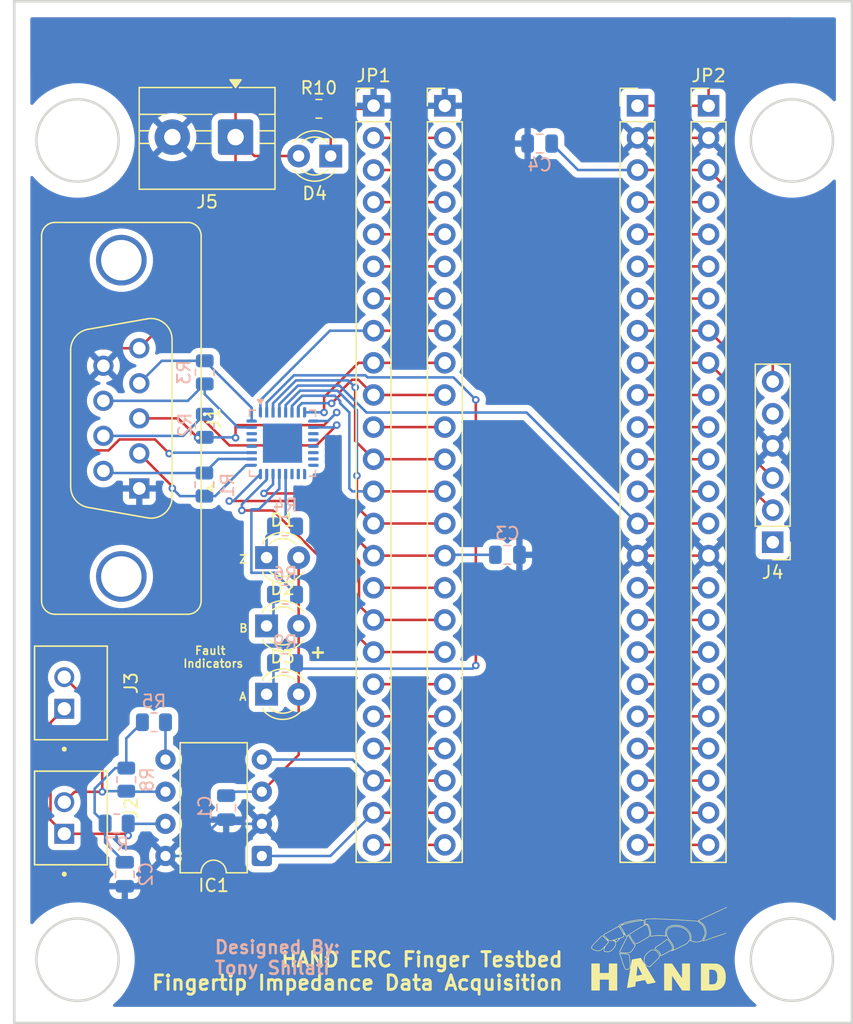
<source format=kicad_pcb>
(kicad_pcb (version 20241229) (generator "pcbnew") (generator_version "9.0")
  (layers (0 "F.Cu" signal) (2 "B.Cu" signal) (13 "F.Paste" user) (15 "B.Paste" user) (5 "F.SilkS" user "F.Silkscreen") (7 "B.SilkS" user "B.Silkscreen") (1 "F.Mask" user) (3 "B.Mask" user) (25 "Edge.Cuts" user))
  (net 0 "")
  (net 1 "GND")
  (net 2 "Net-(D1-K)")
  (net 3 "Net-(D2-K)")
  (net 4 "Net-(D3-K)")
  (net 5 "Net-(U1-A)")
  (net 6 "Net-(U1-~{B})")
  (net 7 "Net-(U1-~{A})")
  (net 8 "Net-(U1-Z)")
  (net 9 "Net-(U1-B)")
  (net 10 "Net-(U1-~{Z})")
  (net 11 "+5V")
  (net 12 "SDA")
  (net 13 "SCL")
  (net 14 "/3v3")
  (net 15 "Net-(U$1-P29{slash}PWM{slash}TX7)")
  (net 16 "SDI")
  (net 17 "Net-(U$1-P28{slash}PWM{slash}RX7)")
  (net 18 "Net-(U$1-P32{slash}OUT1B)")
  (net 19 "AO")
  (net 20 "ZO")
  (net 21 "CS")
  (net 22 "SPI")
  (net 23 "SDO")
  (net 24 "Net-(U$1-P27{slash}SCK1{slash}A13)")
  (net 25 "BO")
  (net 26 "Net-(U$1-TX8{slash}P35)")
  (net 27 "Net-(U$1-CS{slash}PWM{slash}P36)")
  (net 28 "Net-(U$1-BLCK1{slash}RX5{slash}A7{slash}P21)")
  (net 29 "Net-(U$1-SDA1{slash}TX4{slash}A3{slash}P17)")
  (net 30 "Net-(U$1-MCLK2{slash}PWM{slash}P33)")
  (net 31 "Net-(U$1-A17{slash}P41)")
  (net 32 "Net-(U$1-PWM{slash}CTX1{slash}A8{slash}P22)")
  (net 33 "Net-(U$1-IN1{slash}CS1{slash}A14{slash}P38)")
  (net 34 "Net-(U$1-A16{slash}P40)")
  (net 35 "Net-(U$1-OUT1A{slash}MISO1{slash}A15{slash}P39)")
  (net 36 "Net-(U$1-LRCLK1{slash}TX5{slash}A6{slash}P20)")
  (net 37 "Net-(U$1-RX8{slash}P34)")
  (net 38 "CLK")
  (net 39 "Net-(U$1-PWM{slash}MCLK1{slash}CRX1{slash}A9{slash}P23)")
  (net 40 "Net-(U$1-PWM{slash}S{slash}PDIF-IN{slash}RX3{slash}A1{slash}P15)")
  (net 41 "Net-(U$1-CS{slash}PWM{slash}P37)")
  (net 42 "Encoder Fault")
  (net 44 "/CANL3")
  (net 45 "/CANH3")
  (net 46 "Net-(U1-~{ZFAULT})")
  (net 47 "Net-(U1-~{BFAULT})")
  (net 48 "Net-(U1-~{AFAULT})")
  (net 49 "Net-(U$1-P5{slash}PWM{slash}IN2)")
  (net 50 "Net-(U$1-P9{slash}PWM{slash}OUT1C)")
  (net 51 "/CTX2")
  (net 52 "/CRX2")
  (net 53 "/CRX3")
  (net 54 "/CTX3")
  (net 55 "Net-(U$1-P2{slash}PWM{slash}OUT2)")
  (net 56 "Net-(U$1-P3{slash}PWM{slash}LRCLK2)")
  (net 57 "Net-(U$1-P4{slash}PWM{slash}BCLK2)")
  (net 58 "Net-(U$1-P24{slash}PWM{slash}SCL2{slash}TX6{slash}A10)")
  (net 59 "Net-(U$1-PWM{slash}S{slash}PDIF-OUT{slash}TX3{slash}A0{slash}P14)")
  (net 60 "Net-(C2-Pad2)")
  (net 61 "Net-(IC1-SPLIT)")
  (net 64 "Net-(D4-K)")
  (net 65 "Net-(U$1-SCL1{slash}RX4{slash}A2{slash}P16)")
  (footprint "Resistor_SMD:R_0805_2012Metric" (layer "F.Cu") (at 154.5875 53)
    (property "Reference" "R10")
    (property "Value" "150R")
  )
  (footprint "Connector_PinHeader_2.54mm:PinHeader_1x06_P2.54mm_Vertical" (layer "F.Cu") (at 190.483771 89.029001 180)
    (property "Reference" "J4")
    (property "Value" "Conn_01x06")
  )
  (footprint "Connector_Dsub:DSUB-9_Socket_Vertical_P2.77x2.84mm_MountingHoles" (layer "F.Cu") (at 138.51752 77.465021 -90)
    (property "Reference" "J1")
    (property "Value" "DE9_Socket")
  )
  (footprint "Package_DIP:DIP-8_W7.62mm" (layer "F.Cu") (at 150.0783 112.054127 180)
    (property "Reference" "IC1")
    (property "Value" "MCP2561-H_P")
  )
  (footprint "BoardToCable_2PinMale:JST_B2B-XH-A" (layer "F.Cu") (at 134.9783 99.169127 -90)
    (property "Reference" "J3")
    (property "Value" "B2B-XH-A")
  )
  (footprint "Connector_PinHeader_2.54mm:PinHeader_1x24_P2.54mm_Vertical" (layer "F.Cu") (at 158.925663 50.977632)
    (property "Reference" "JP1")
    (property "Value" "PINHD-1X24")
  )
  (footprint "LED_THT:LED_D3.0mm" (layer "F.Cu") (at 155.526326 56.729615 180)
    (property "Reference" "D4")
    (property "Value" "LED")
  )
  (footprint "TerminalBlock:TerminalBlock_MaiXu_MX126-5.0-02P_1x02_P5.00mm" (layer "F.Cu") (at 147.999999 55.237433 180)
    (property "Reference" "J5")
    (property "Value" "Screw_Terminal_01x02")
  )
  (footprint "LED_THT:LED_D3.0mm" (layer "F.Cu") (at 150.450996 88.471292)
    (property "Reference" "D1")
    (property "Value" "LED")
  )
  (footprint "LED_THT:LED_D3.0mm" (layer "F.Cu") (at 150.450996 93.871292)
    (property "Reference" "D2")
    (property "Value" "LED")
  )
  (footprint "Teensy4.1:HAND_Logo" (layer "F.Cu") (at 181.5 119.5)
    (property "Reference" "G***" (hide yes))
    (property "Value" "LOGO" (hide yes))
  )
  (footprint "Connector_PinHeader_2.54mm:PinHeader_1x24_P2.54mm_Vertical" (layer "F.Cu") (at 185.412783 50.977632)
    (property "Reference" "JP2")
    (property "Value" "PINHD-1X24")
  )
  (footprint "BoardToCable_2PinMale:JST_B2B-XH-A" (layer "F.Cu") (at 134.9783 109.051627 -90)
    (property "Reference" "J2")
    (property "Value" "B2B-XH-A")
  )
  (footprint "Teensy4.1:Teensy 4.1" (layer "F.Cu") (at 172.169223 50.977632)
    (property "Reference" "U$1" (hide yes))
    (property "Value" "TEENSY4-1" (hide yes))
  )
  (footprint "LED_THT:LED_D3.0mm" (layer "F.Cu") (at 150.450996 99.271292)
    (property "Reference" "D3")
    (property "Value" "LED")
  )
  (footprint "Resistor_SMD:R_0805_2012Metric" (layer "B.Cu") (at 151.9125 91.4 180)
    (property "Reference" "R6")
    (property "Value" "150R")
  )
  (footprint "Capacitor_SMD:C_0805_2012Metric" (layer "B.Cu") (at 139.239618 113.500424 90)
    (property "Reference" "C2")
    (property "Value" "4700pF")
  )
  (footprint "Capacitor_SMD:C_0805_2012Metric" (layer "B.Cu") (at 147.2583 108.234127 -90)
    (property "Reference" "C1")
    (property "Value" "0.1uF")
  )
  (footprint "Resistor_SMD:R_0805_2012Metric" (layer "B.Cu") (at 139.3583 106.021627 90)
    (property "Reference" "R8")
    (property "Value" "60Ohm")
  )
  (footprint "Capacitor_SMD:C_0805_2012Metric" (layer "B.Cu") (at 169.5 88.25 180)
    (property "Reference" "C3")
    (property "Value" "3.3uF")
  )
  (footprint "Capacitor_SMD:C_0805_2012Metric" (layer "B.Cu") (at 172.05 55.75)
    (property "Reference" "C4")
    (property "Value" "3.3uF")
  )
  (footprint "Resistor_SMD:R_0805_2012Metric" (layer "B.Cu") (at 151.9125 96.8 180)
    (property "Reference" "R9")
    (property "Value" "150R")
  )
  (footprint "Resistor_SMD:R_0805_2012Metric" (layer "B.Cu") (at 145.562635 78.053925 90)
    (property "Reference" "R2")
    (property "Value" "120R")
  )
  (footprint "Resistor_SMD:R_0805_2012Metric" (layer "B.Cu") (at 151.9125 86 180)
    (property "Reference" "R4")
    (property "Value" "150R")
  )
  (footprint "Resistor_SMD:R_0805_2012Metric" (layer "B.Cu") (at 141.5458 101.484127 180)
    (property "Reference" "R5")
    (property "Value" "300Ohm")
  )
  (footprint "Resistor_SMD:R_0805_2012Metric" (layer "B.Cu") (at 145.53738 82.699806 -90)
    (property "Reference" "R1")
    (property "Value" "120R")
  )
  (footprint "Resistor_SMD:R_0805_2012Metric" (layer "B.Cu") (at 138.5958 109.484127)
    (property "Reference" "R7")
    (property "Value" "60Ohm")
  )
  (footprint "Package_DFN_QFN:TQFN-32-1EP_5x5mm_P0.5mm_EP3.1x3.1mm" (layer "B.Cu") (at 151.712927 79.428453 -90)
    (property "Reference" "U1" (hide yes))
    (property "Value" "~" (hide yes))
  )
  (footprint "Resistor_SMD:R_0805_2012Metric" (layer "B.Cu") (at 145.562635 73.828925 -90)
    (property "Reference" "R3")
    (property "Value" "120R")
  )
  (gr_circle (center 192 55.5012) (end 195.2512 55.5012) (stroke (width 0.2)) (fill no) (layer "Edge.Cuts"))
  (gr_circle (center 135.5 120.2488) (end 138.7512 120.2488) (stroke (width 0.2)) (fill no) (layer "Edge.Cuts"))
  (gr_rect (start 130.5 44.5) (end 196.75 125.25) (stroke (width 0.2)) (fill no) (layer "Edge.Cuts"))
  (gr_circle (center 192 120.2488) (end 195.2512 120.2488) (stroke (width 0.2)) (fill no) (layer "Edge.Cuts"))
  (gr_circle (center 135.5 55.5012) (end 138.7512 55.5012) (stroke (width 0.2)) (fill no) (layer "Edge.Cuts"))
  (gr_text "Z" (at 148.220296 88.978816 0) (layer "F.SilkS") (effects (font (size 0.635 0.635) (thickness 0.127) (bold yes)) (justify left bottom)))
  (gr_text "HAND ERC Finger Testbed\nFingertip Impedance Data Acquisition" (at 174 122.75 0) (layer "F.SilkS") (effects (font (size 1.143 1.143) (thickness 0.2286) (bold yes)) (justify right bottom)))
  (gr_text "+" (at 153.75 96.5 0) (layer "F.SilkS") (effects (font (size 1.016 1.016) (thickness 0.2032) (bold yes)) (justify left bottom)))
  (gr_text "B" (at 148.220296 94.428816 0) (layer "F.SilkS") (effects (font (size 0.635 0.635) (thickness 0.127) (bold yes)) (justify left bottom)))
  (gr_text "A" (at 148.220296 99.828816 0) (layer "F.SilkS") (effects (font (size 0.635 0.635) (thickness 0.127) (bold yes)) (justify left bottom)))
  (gr_text "Fault \nIndicators" (at 146.237219 97.216212 0) (layer "F.SilkS") (effects (font (size 0.635 0.635) (thickness 0.127) (bold yes)) (justify bottom)))
  (gr_text "Designed By:\nTony Shilati" (at 146.25 121.5 0) (layer "B.SilkS") (effects (font (size 1.016 1.016) (thickness 0.2032) (bold yes)) (justify left bottom)))
  (segment (start 158.673295 53) (end 158.915663 52.757632) (width 0.2) (layer "F.Cu") (net 1))
  (segment (start 155.5 53) (end 158.673295 53) (width 0.2) (layer "F.Cu") (net 1))
  (segment (start 179.789223 55.297632) (end 185.412783 55.297632) (width 0.2) (layer "F.Cu") (net 1))
  (segment (start 158.915663 52.757632) (end 164.549223 52.757632) (width 0.2) (layer "F.Cu") (net 1))
  (segment (start 179.789223 88.317632) (end 185.412783 88.317632) (width 0.2) (layer "F.Cu") (net 1))
  (segment (start 147.2583 109.184127) (end 146.815873 109.184127) (width 0.2) (layer "B.Cu") (net 1))
  (segment (start 147.5883 109.514127) (end 147.2583 109.184127) (width 0.2) (layer "B.Cu") (net 1))
  (segment (start 139.239618 114.450424) (end 140.062003 114.450424) (width 0.2) (layer "B.Cu") (net 1))
  (segment (start 140.062003 114.450424) (end 142.4583 112.054127) (width 0.2) (layer "B.Cu") (net 1))
  (segment (start 150.0783 109.514127) (end 147.5883 109.514127) (width 0.2) (layer "B.Cu") (net 1))
  (segment (start 179.721591 88.25) (end 179.789223 88.317632) (width 0.2) (layer "B.Cu") (net 1))
  (segment (start 146.815873 109.184127) (end 143.945873 112.054127) (width 0.2) (layer "B.Cu") (net 1))
  (segment (start 143.945873 112.054127) (end 142.4583 112.054127) (width 0.2) (layer "B.Cu") (net 1))
  (segment (start 150.450996 86.799004) (end 150.450996 88.471292) (width 0.2) (layer "B.Cu") (net 2))
  (segment (start 151 86) (end 151 86.25) (width 0.2) (layer "B.Cu") (net 2))
  (segment (start 151 86.25) (end 150.450996 86.799004) (width 0.2) (layer "B.Cu") (net 2))
  (segment (start 151 93.322288) (end 150.450996 93.871292) (width 0.2) (layer "B.Cu") (net 3))
  (segment (start 151 91.4) (end 151 93.322288) (width 0.2) (layer "B.Cu") (net 3))
  (segment (start 151 96.8) (end 151 98.722288) (width 0.2) (layer "B.Cu") (net 4))
  (segment (start 151 98.722288) (end 150.450996 99.271292) (width 0.2) (layer "B.Cu") (net 4))
  (segment (start 149.275427 76.629217) (end 145.562635 72.916425) (width 0.2) (layer "B.Cu") (net 5))
  (segment (start 145.562635 72.916425) (end 142.166116 72.916425) (width 0.2) (layer "B.Cu") (net 5))
  (segment (start 149.275427 77.678453) (end 149.275427 76.629217) (width 0.2) (layer "B.Cu") (net 5))
  (segment (start 142.166116 72.916425) (end 140.38752 74.695021) (width 0.2) (layer "B.Cu") (net 5))
  (segment (start 145.562635 77.141425) (end 145.562635 77.653925) (width 0.2) (layer "F.Cu") (net 6))
  (segment (start 147.50971 79.601) (end 154.399 79.601) (width 0.2) (layer "F.Cu") (net 6))
  (segment (start 145.562635 77.653925) (end 147.50971 79.601) (width 0.2) (layer "F.Cu") (net 6))
  (segment (start 154.399 79.601) (end 156 78) (width 0.2) (layer "F.Cu") (net 6))
  (via (at 156 78) (size 0.6) (drill 0.3) (layers "F.Cu" "B.Cu") (net 6))
  (via (at 145.562635 77.141425) (size 0.6) (drill 0.3) (layers "F.Cu" "B.Cu") (net 6))
  (segment (start 145.562635 77.141425) (end 143.854039 78.850021) (width 0.2) (layer "B.Cu") (net 6))
  (segment (start 156 78) (end 155.821547 78.178453) (width 0.2) (layer "B.Cu") (net 6))
  (segment (start 143.854039 78.850021) (end 137.54752 78.850021) (width 0.2) (layer "B.Cu") (net 6))
  (segment (start 145.562635 77.141425) (end 145.70406 77) (width 0.2) (layer "B.Cu") (net 6))
  (segment (start 155.821547 78.178453) (end 154.150427 78.178453) (width 0.2) (layer "B.Cu") (net 6))
  (segment (start 145.562635 74.741425) (end 144.224039 76.080021) (width 0.2) (layer "B.Cu") (net 7))
  (segment (start 145.562635 75.562635) (end 145.562635 74.741425) (width 0.2) (layer "B.Cu") (net 7))
  (segment (start 144.224039 76.080021) (end 137.54752 76.080021) (width 0.2) (layer "B.Cu") (net 7))
  (segment (start 148.178453 78.178453) (end 145.562635 75.562635) (width 0.2) (layer "B.Cu") (net 7))
  (segment (start 149.275427 78.178453) (end 148.178453 78.178453) (width 0.2) (layer "B.Cu") (net 7))
  (segment (start 143 83) (end 143 82.847501) (width 0.2) (layer "F.Cu") (net 8))
  (segment (start 143 82.847501) (end 140.38752 80.235021) (width 0.2) (layer "F.Cu") (net 8))
  (via (at 143 83) (size 0.6) (drill 0.3) (layers "F.Cu" "B.Cu") (net 8))
  (segment (start 148.821547 81.178453) (end 149.275427 81.178453) (width 0.2) (layer "B.Cu") (net 8))
  (segment (start 143.612306 83.612306) (end 143 83) (width 0.2) (layer "B.Cu") (net 8))
  (segment (start 145.53738 83.612306) (end 146.387694 83.612306) (width 0.2) (layer "B.Cu") (net 8))
  (segment (start 145.53738 83.612306) (end 145.078805 83.153731) (width 0.2) (layer "B.Cu") (net 8))
  (segment (start 145.53738 83.612306) (end 143.612306 83.612306) (width 0.2) (layer "B.Cu") (net 8))
  (segment (start 146.387694 83.612306) (end 148.821547 81.178453) (width 0.2) (layer "B.Cu") (net 8))
  (segment (start 145.174408 83.975278) (end 145.53738 83.612306) (width 0.2) (layer "B.Cu") (net 8))
  (segment (start 143.465021 77.465021) (end 140.38752 77.465021) (width 0.2) (layer "F.Cu") (net 9))
  (segment (start 156 77) (end 155 78) (width 0.2) (layer "F.Cu") (net 9))
  (segment (start 148 78) (end 148 79) (width 0.2) (layer "F.Cu") (net 9))
  (segment (start 145 79) (end 143.465021 77.465021) (width 0.2) (layer "F.Cu") (net 9))
  (segment (start 155 78) (end 148 78) (width 0.2) (layer "F.Cu") (net 9))
  (via (at 145 79) (size 0.6) (drill 0.3) (layers "F.Cu" "B.Cu") (net 9))
  (via (at 156 77) (size 0.6) (drill 0.3) (layers "F.Cu" "B.Cu") (net 9))
  (via (at 148 79) (size 0.6) (drill 0.3) (layers "F.Cu" "B.Cu") (net 9))
  (segment (start 145.033575 78.966425) (end 145 79) (width 0.2) (layer "B.Cu") (net 9))
  (segment (start 147.966425 78.966425) (end 145.562635 78.966425) (width 0.2) (layer "B.Cu") (net 9))
  (segment (start 155.321547 77.678453) (end 156 77) (width 0.2) (layer "B.Cu") (net 9))
  (segment (start 154.150427 77.678453) (end 155.321547 77.678453) (width 0.2) (layer "B.Cu") (net 9))
  (segment (start 148 79) (end 147.966425 78.966425) (width 0.2) (layer "B.Cu") (net 9))
  (segment (start 145.562635 78.966425) (end 145.033575 78.966425) (width 0.2) (layer "B.Cu") (net 9))
  (segment (start 146.646233 80.678453) (end 149.275427 80.678453) (width 0.2) (layer "B.Cu") (net 10))
  (segment (start 145.53738 81.787306) (end 146.646233 80.678453) (width 0.2) (layer "B.Cu") (net 10))
  (segment (start 145.53738 81.787306) (end 137.714805 81.787306) (width 0.2) (layer "B.Cu") (net 10))
  (segment (start 137.714805 81.787306) (end 137.54752 81.620021) (width 0.2) (layer "B.Cu") (net 10))
  (segment (start 141.634021 79.134021) (end 138.82057 79.134021) (width 0.2) (layer "F.Cu") (net 11))
  (segment (start 152.990996 104.061431) (end 152.990996 99.271292) (width 0.2) (layer "F.Cu") (net 11))
  (segment (start 135.5 72.5) (end 136.074979 71.925021) (width 0.2) (layer "F.Cu") (net 11))
  (segment (start 152.990996 93.871292) (end 152.990996 88.471292) (width 0.2) (layer "F.Cu") (net 11))
  (segment (start 179.789223 52.757632) (end 185.412783 52.757632) (width 0.2) (layer "F.Cu") (net 11))
  (segment (start 140.38752 71.925021) (end 147.999999 64.312542) (width 0.2) (layer "F.Cu") (net 11))
  (segment (start 152.986326 56.729615) (end 149.492181 56.729615) (width 0.2) (layer "F.Cu") (net 11))
  (segment (start 150.0783 106.974127) (end 152.990996 104.061431) (width 0.2) (layer "F.Cu") (net 11))
  (segment (start 147.999999 55.237433) (end 148 49.25) (width 0.2) (layer "F.Cu") (net 11))
  (segment (start 149.492181 56.729615) (end 147.999999 55.237433) (width 0.2) (layer "F.Cu") (net 11))
  (segment (start 138.82057 79.134021) (end 137.954591 80) (width 0.2) (layer "F.Cu") (net 11))
  (segment (start 136.074979 71.925021) (end 140.38752 71.925021) (width 0.2) (layer "F.Cu") (net 11))
  (segment (start 147.999999 64.312542) (end 147.999999 55.237433) (width 0.2) (layer "F.Cu") (net 11))
  (segment (start 135.5 79.25) (end 135.5 72.5) (width 0.2) (layer "F.Cu") (net 11))
  (segment (start 136.25 80) (end 135.5 79.25) (width 0.2) (layer "F.Cu") (net 11))
  (segment (start 185.412783 52.757632) (end 185.412783 48.662783) (width 0.2) (layer "F.Cu") (net 11))
  (segment (start 137.954591 80) (end 136.25 80) (width 0.2) (layer "F.Cu") (net 11))
  (segment (start 185.412783 48.662783) (end 185.25 48.5) (width 0.2) (layer "F.Cu") (net 11))
  (segment (start 142.75 80.25) (end 141.634021 79.134021) (width 0.2) (layer "F.Cu") (net 11))
  (segment (start 152.990996 99.271292) (end 152.990996 93.871292) (width 0.2) (layer "F.Cu") (net 11))
  (via (at 142.75 80.25) (size 0.6) (drill 0.3) (layers "F.Cu" "B.Cu") (net 11))
  (segment (start 150.0783 106.974127) (end 147.5683 106.974127) (width 0.2) (layer "B.Cu") (net 11))
  (segment (start 147.5683 106.974127) (end 147.2583 107.284127) (width 0.2) (layer "B.Cu") (net 11))
  (segment (start 149.275427 80.178453) (end 142.821547 80.178453) (width 0.2) (layer "B.Cu") (net 11))
  (segment (start 142.821547 80.178453) (end 142.75 80.25) (width 0.2) (layer "B.Cu") (net 11))
  (segment (start 187.497367 75.162216) (end 185.412783 73.077632) (width 0.2) (layer "F.Cu") (net 12))
  (segment (start 179.789223 73.077632) (end 185.412783 73.077632) (width 0.2) (layer "F.Cu") (net 12))
  (segment (start 187.497367 81.732597) (end 187.497367 75.162216) (width 0.2) (layer "F.Cu") (net 12))
  (segment (start 190.483771 84.719001) (end 187.497367 81.732597) (width 0.2) (layer "F.Cu") (net 12))
  (segment (start 190.483771 82.179001) (end 188.497367 80.192597) (width 0.2) (layer "F.Cu") (net 13))
  (segment (start 179.789223 70.537632) (end 185.412783 70.537632) (width 0.2) (layer "F.Cu") (net 13))
  (segment (start 188.497367 80.192597) (end 188.497367 73.622216) (width 0.2) (layer "F.Cu") (net 13))
  (segment (start 188.497367 73.622216) (end 185.412783 70.537632) (width 0.2) (layer "F.Cu") (net 13))
  (segment (start 150.25 83.4) (end 153.998031 83.4) (width 0.2) (layer "F.Cu") (net 14))
  (segment (start 185.412783 57.837632) (end 190.483771 62.90862) (width 0.2) (layer "F.Cu") (net 14))
  (segment (start 190.483771 62.90862) (end 190.483771 74.559001) (width 0.2) (layer "F.Cu") (net 14))
  (segment (start 158.915663 88.317632) (end 164.549223 88.317632) (width 0.2) (layer "F.Cu") (net 14))
  (segment (start 153.998031 83.4) (end 158.915663 88.317632) (width 0.2) (layer "F.Cu") (net 14))
  (segment (start 179.789223 57.837632) (end 185.412783 57.837632) (width 0.2) (layer "F.Cu") (net 14))
  (via (at 150.25 83.4) (size 0.6) (drill 0.3) (layers "F.Cu" "B.Cu") (net 14))
  (segment (start 175.087632 57.837632) (end 179.789223 57.837632) (width 0.2) (layer "B.Cu") (net 14))
  (segment (start 173 55.75) (end 175.087632 57.837632) (width 0.2) (layer "B.Cu") (net 14))
  (segment (start 150.962927 81.865953) (end 150.962927 82.687073) (width 0.2) (layer "B.Cu") (net 14))
  (segment (start 150.962927 82.687073) (end 150.25 83.4) (width 0.2) (layer "B.Cu") (net 14))
  (segment (start 164.616855 88.25) (end 164.549223 88.317632) (width 0.2) (layer "B.Cu") (net 14))
  (segment (start 168.55 88.25) (end 164.616855 88.25) (width 0.2) (layer "B.Cu") (net 14))
  (segment (start 158.915663 103.557632) (end 164.549223 103.557632) (width 0.2) (layer "F.Cu") (net 15))
  (segment (start 158.915663 83.237632) (end 164.549223 83.237632) (width 0.2) (layer "F.Cu") (net 16))
  (segment (start 157 77) (end 157 83) (width 0.2) (layer "B.Cu") (net 16))
  (segment (start 157.237632 83.237632) (end 158.915663 83.237632) (width 0.2) (layer "B.Cu") (net 16))
  (segment (start 156.267453 76.267453) (end 157 77) (width 0.2) (layer "B.Cu") (net 16))
  (segment (start 157 83) (end 157.237632 83.237632) (width 0.2) (layer "B.Cu") (net 16))
  (segment (start 152.462927 76.990953) (end 152.462927 76.483681) (width 0.2) (layer "B.Cu") (net 16))
  (segment (start 156.267453 76.097298) (end 156.267453 76.267453) (width 0.2) (layer "B.Cu") (net 16))
  (segment (start 152.462927 76.483681) (end 153.26782 75.678788) (width 0.2) (layer "B.Cu") (net 16))
  (segment (start 153.26782 75.678788) (end 155.848943 75.678788) (width 0.2) (layer "B.Cu") (net 16))
  (segment (start 155.848943 75.678788) (end 156.267453 76.097298) (width 0.2) (layer "B.Cu") (net 16))
  (segment (start 158.915663 101.017632) (end 164.549223 101.017632) (width 0.2) (layer "F.Cu") (net 17))
  (segment (start 158.915663 111.177632) (end 164.549223 111.177632) (width 0.2) (layer "F.Cu") (net 18))
  (segment (start 158.915663 70.537632) (end 164.549223 70.537632) (width 0.2) (layer "F.Cu") (net 19))
  (segment (start 149.962927 76.037073) (end 155.462368 70.537632) (width 0.2) (layer "B.Cu") (net 19))
  (segment (start 149.962927 76.990953) (end 149.962927 76.037073) (width 0.2) (layer "B.Cu") (net 19))
  (segment (start 155.462368 70.537632) (end 158.915663 70.537632) (width 0.2) (layer "B.Cu") (net 19))
  (segment (start 158.915663 93.397632) (end 164.549223 93.397632) (width 0.2) (layer "F.Cu") (net 20))
  (segment (start 157.764663 88.764663) (end 157.764663 92.246632) (width 0.2) (layer "F.Cu") (net 20))
  (segment (start 157.764663 92.246632) (end 158.915663 93.397632) (width 0.2) (layer "F.Cu") (net 20))
  (segment (start 147.5 84) (end 153 84) (width 0.2) (layer "F.Cu") (net 20))
  (segment (start 153 84) (end 157.764663 88.764663) (width 0.2) (layer "F.Cu") (net 20))
  (via (at 147.5 84) (size 0.6) (drill 0.3) (layers "F.Cu" "B.Cu") (net 20))
  (segment (start 149.962927 81.865953) (end 147.82888 84) (width 0.2) (layer "B.Cu") (net 20))
  (segment (start 147.82888 84) (end 147.5 84) (width 0.2) (layer "B.Cu") (net 20))
  (segment (start 157.734015 79.515985) (end 158.915663 80.697632) (width 0.2) (layer "F.Cu") (net 21))
  (segment (start 157.45907 75.017632) (end 157.45907 79.24104) (width 0.2) (layer "F.Cu") (net 21))
  (segment (start 157.45907 79.24104) (end 157.734015 79.515985) (width 0.2) (layer "F.Cu") (net 21))
  (segment (start 158.915663 80.697632) (end 164.549223 80.697632) (width 0.2) (layer "F.Cu") (net 21))
  (via (at 157.45907 75.017632) (size 0.6) (drill 0.3) (layers "F.Cu" "B.Cu") (net 21))
  (segment (start 150.962927 76.282381) (end 152.778676 74.466632) (width 0.2) (layer "B.Cu") (net 21))
  (segment (start 156.90807 74.466632) (end 157.45907 75.017632) (width 0.2) (layer "B.Cu") (net 21))
  (segment (start 152.778676 74.466632) (end 156.90807 74.466632) (width 0.2) (layer "B.Cu") (net 21))
  (segment (start 150.962927 76.5) (end 150.962927 76.361355) (width 0.2) (layer "B.Cu") (net 21))
  (segment (start 150.962927 76.5) (end 150.962927 76.282381) (width 0.2) (layer "B.Cu") (net 21))
  (segment (start 150.962927 76.990953) (end 150.962927 76.5) (width 0.2) (layer "B.Cu") (net 21))
  (segment (start 158.915663 95.937632) (end 164.549223 95.937632) (width 0.2) (layer "F.Cu") (net 22))
  (segment (start 148.5 84.75) (end 150.968175 84.75) (width 0.2) (layer "F.Cu") (net 22))
  (segment (start 157.25 94.271969) (end 158.915663 95.937632) (width 0.2) (layer "F.Cu") (net 22))
  (segment (start 150.968175 84.75) (end 157.25 91.031825) (width 0.2) (layer "F.Cu") (net 22))
  (segment (start 157.25 91.031825) (end 157.25 94.271969) (width 0.2) (layer "F.Cu") (net 22))
  (via (at 148.5 84.75) (size 0.6) (drill 0.3) (layers "F.Cu" "B.Cu") (net 22))
  (segment (start 150.462927 81.865953) (end 150.462927 82.306125) (width 0.2) (layer "B.Cu") (net 22))
  (segment (start 150.462927 82.306125) (end 148.5 84.269052) (width 0.2) (layer "B.Cu") (net 22))
  (segment (start 148.5 84.269052) (end 148.5 84.75) (width 0.2) (layer "B.Cu") (net 22))
  (segment (start 157.6 82) (end 157.6 84.461969) (width 0.2) (layer "F.Cu") (net 23))
  (segment (start 157.6 84.461969) (end 158.915663 85.777632) (width 0.2) (layer "F.Cu") (net 23))
  (segment (start 158.915663 85.777632) (end 164.549223 85.777632) (width 0.2) (layer "F.Cu") (net 23))
  (via (at 157.6 82) (size 0.6) (drill 0.3) (layers "F.Cu" "B.Cu") (net 23))
  (segment (start 156.061727 75.277788) (end 157.6 76.816061) (width 0.2) (layer "B.Cu") (net 23))
  (segment (start 151.962927 76.416581) (end 153.10172 75.277788) (width 0.2) (layer "B.Cu") (net 23))
  (segment (start 153.10172 75.277788) (end 156.061727 75.277788) (width 0.2) (layer "B.Cu") (net 23))
  (segment (start 157.6 76.816061) (end 157.6 82) (width 0.2) (layer "B.Cu") (net 23))
  (segment (start 151.962927 76.990953) (end 151.962927 76.416581) (width 0.2) (layer "B.Cu") (net 23))
  (segment (start 158.915663 98.477632) (end 164.549223 98.477632) (width 0.2) (layer "F.Cu") (net 24))
  (segment (start 155 75.791214) (end 157.713582 73.077632) (width 0.2) (layer "F.Cu") (net 25))
  (segment (start 155 77) (end 155 75.791214) (width 0.2) (layer "F.Cu") (net 25))
  (segment (start 157.713582 73.077632) (end 158.915663 73.077632) (width 0.2) (layer "F.Cu") (net 25))
  (segment (start 158.915663 73.077632) (end 164.549223 73.077632) (width 0.2) (layer "F.Cu") (net 25))
  (via (at 155 77) (size 0.6) (drill 0.3) (layers "F.Cu" "B.Cu") (net 25))
  (segment (start 153.462927 76.990953) (end 154.990953 76.990953) (width 0.2) (layer "B.Cu") (net 25))
  (segment (start 154.990953 76.990953) (end 155 77) (width 0.2) (layer "B.Cu") (net 25))
  (segment (start 179.789223 106.097632) (end 185.412783 106.097632) (width 0.2) (layer "F.Cu") (net 26))
  (segment (start 179.789223 103.557632) (end 185.412783 103.557632) (width 0.2) (layer "F.Cu") (net 27))
  (segment (start 179.789223 65.457632) (end 185.412783 65.457632) (width 0.2) (layer "F.Cu") (net 28))
  (segment (start 179.789223 75.617632) (end 185.412783 75.617632) (width 0.2) (layer "F.Cu") (net 29))
  (segment (start 179.789223 111.177632) (end 185.412783 111.177632) (width 0.2) (layer "F.Cu") (net 30))
  (segment (start 179.789223 90.857632) (end 185.412783 90.857632) (width 0.2) (layer "F.Cu") (net 31))
  (segment (start 179.789223 62.917632) (end 185.412783 62.917632) (width 0.2) (layer "F.Cu") (net 32))
  (segment (start 179.789223 98.477632) (end 185.412783 98.477632) (width 0.2) (layer "F.Cu") (net 33))
  (segment (start 179.789223 93.397632) (end 185.412783 93.397632) (width 0.2) (layer "F.Cu") (net 34))
  (segment (start 179.789223 95.937632) (end 185.412783 95.937632) (width 0.2) (layer "F.Cu") (net 35))
  (segment (start 179.789223 67.997632) (end 185.412783 67.997632) (width 0.2) (layer "F.Cu") (net 36))
  (segment (start 179.789223 108.637632) (end 185.412783 108.637632) (width 0.2) (layer "F.Cu") (net 37))
  (segment (start 179.789223 85.777632) (end 185.412783 85.777632) (width 0.2) (layer "F.Cu") (net 38))
  (segment (start 151.462927 76.990953) (end 151.462927 76.349481) (width 0.2) (layer "B.Cu") (net 38))
  (segment (start 151.462927 76.349481) (end 152.93562 74.876788) (width 0.2) (layer "B.Cu") (net 38))
  (segment (start 158.357671 77.006632) (end 171.018223 77.006632) (width 0.2) (layer "B.Cu") (net 38))
  (segment (start 171.018223 77.006632) (end 179.789223 85.777632) (width 0.2) (layer "B.Cu") (net 38))
  (segment (start 152.93562 74.876788) (end 156.227827 74.876788) (width 0.2) (layer "B.Cu") (net 38))
  (segment (start 156.227827 74.876788) (end 158.357671 77.006632) (width 0.2) (layer "B.Cu") (net 38))
  (segment (start 179.789223 60.377632) (end 185.412783 60.377632) (width 0.2) (layer "F.Cu") (net 39))
  (segment (start 179.789223 80.697632) (end 185.412783 80.697632) (width 0.2) (layer "F.Cu") (net 40))
  (segment (start 179.789223 101.017632) (end 185.412783 101.017632) (width 0.2) (layer "F.Cu") (net 41))
  (segment (start 155.6 76.279788) (end 156.262156 75.617632) (width 0.2) (layer "F.Cu") (net 42))
  (segment (start 157.714663 74.416632) (end 158.915663 75.617632) (width 0.2) (layer "F.Cu") (net 42))
  (segment (start 156.262156 75.364603) (end 157.210127 74.416632) (width 0.2) (layer "F.Cu") (net 42))
  (segment (start 156.262156 75.617632) (end 156.262156 75.364603) (width 0.2) (layer "F.Cu") (net 42))
  (segment (start 158.915663 75.617632) (end 164.549223 75.617632) (width 0.2) (layer "F.Cu") (net 42))
  (segment (start 157.210127 74.416632) (end 157.714663 74.416632) (width 0.2) (layer "F.Cu") (net 42))
  (via (at 155.6 76.279788) (size 0.6) (drill 0.3) (layers "F.Cu" "B.Cu") (net 42))
  (segment (start 155.587665 76.267453) (end 155.6 76.279788) (width 0.2) (layer "B.Cu") (net 42))
  (segment (start 152.962927 76.990953) (end 152.962927 76.550781) (width 0.2) (layer "B.Cu") (net 42))
  (segment (start 152.962927 76.550781) (end 153.246255 76.267453) (width 0.2) (layer "B.Cu") (net 42))
  (segment (start 153.246255 76.267453) (end 155.587665 76.267453) (width 0.2) (layer "B.Cu") (net 42))
  (segment (start 137.4583 106.984127) (end 137.4583 100.924127) (width 0.2) (layer "F.Cu") (net 44))
  (segment (start 137.4583 100.924127) (end 134.4533 97.919127) (width 0.2) (layer "F.Cu") (net 44))
  (segment (start 137.4583 106.984127) (end 135.2708 106.984127) (width 0.2) (layer "F.Cu") (net 44))
  (segment (start 135.2708 106.984127) (end 134.4533 107.801627) (width 0.2) (layer "F.Cu") (net 44))
  (via (at 137.4583 106.984127) (size 0.6) (drill 0.3) (layers "F.Cu" "B.Cu") (net 44))
  (segment (start 137.5083 106.934127) (end 137.4583 106.984127) (width 0.2) (layer "B.Cu") (net 44))
  (segment (start 139.3983 106.974127) (end 139.3583 106.934127) (width 0.2) (layer "B.Cu") (net 44))
  (segment (start 142.4583 106.974127) (end 139.3983 106.974127) (width 0.2) (layer "B.Cu") (net 44))
  (segment (start 139.3583 106.934127) (end 137.5083 106.934127) (width 0.2) (layer "B.Cu") (net 44))
  (segment (start 133.3648 109.213127) (end 133.3648 101.507627) (width 0.2) (layer "F.Cu") (net 45))
  (segment (start 134.4533 110.301627) (end 133.3648 109.213127) (width 0.2) (layer "F.Cu") (net 45))
  (segment (start 133.3648 101.507627) (end 134.4533 100.419127) (width 0.2) (layer "F.Cu") (net 45))
  (segment (start 139.5083 110.434127) (end 139.3758 110.301627) (width 0.2) (layer "F.Cu") (net 45))
  (segment (start 139.3758 110.301627) (end 134.4533 110.301627) (width 0.2) (layer "F.Cu") (net 45))
  (via (at 139.5083 110.434127) (size 0.6) (drill 0.3) (layers "F.Cu" "B.Cu") (net 45))
  (segment (start 139.5383 109.514127) (end 139.5083 109.484127) (width 0.2) (layer "B.Cu") (net 45))
  (segment (start 142.4583 109.514127) (end 139.5383 109.514127) (width 0.2) (layer "B.Cu") (net 45))
  (segment (start 139.5083 109.484127) (end 139.5083 110.434127) (width 0.2) (layer "B.Cu") (net 45))
  (segment (start 151.962927 81.865953) (end 151.962927 85.137927) (width 0.2) (layer "B.Cu") (net 46))
  (segment (start 151.962927 85.137927) (end 152.825 86) (width 0.2) (layer "B.Cu") (net 46))
  (segment (start 151.462927 81.865953) (end 151.462927 83.037016) (width 0.2) (layer "B.Cu") (net 47))
  (segment (start 149.844761 84.655182) (end 149.249996 84.655182) (width 0.2) (layer "B.Cu") (net 47))
  (segment (start 149.249996 84.655182) (end 149.249996 89.672292) (width 0.2) (layer "B.Cu") (net 47))
  (segment (start 151.462927 83.037016) (end 149.844761 84.655182) (width 0.2) (layer "B.Cu") (net 47))
  (segment (start 149.249996 89.672292) (end 151.097292 89.672292) (width 0.2) (layer "B.Cu") (net 47))
  (segment (start 151.097292 89.672292) (end 152.825 91.4) (width 0.2) (layer "B.Cu") (net 47))
  (segment (start 167 76) (end 167 97) (width 0.2) (layer "F.Cu") (net 48))
  (via (at 167 97) (size 0.6) (drill 0.3) (layers "F.Cu" "B.Cu") (net 48))
  (via (at 167 76) (size 0.6) (drill 0.3) (layers "F.Cu" "B.Cu") (net 48))
  (segment (start 152.825 96.8) (end 153.275 97.25) (width 0.2) (layer "B.Cu") (net 48))
  (segment (start 166.75 97.25) (end 167 97) (width 0.2) (layer "B.Cu") (net 48))
  (segment (start 150.462927 76.215281) (end 152.612576 74.065632) (width 0.2) (layer "B.Cu") (net 48))
  (segment (start 158.438903 74.228632) (end 165.228632 74.228632) (width 0.2) (layer "B.Cu") (net 48))
  (segment (start 153.275 97.25) (end 166.75 97.25) (width 0.2) (layer "B.Cu") (net 48))
  (segment (start 152.612576 74.065632) (end 158.275903 74.065632) (width 0.2) (layer "B.Cu") (net 48))
  (segment (start 150.462927 76.990953) (end 150.462927 76.215281) (width 0.2) (layer "B.Cu") (net 48))
  (segment (start 158.275903 74.065632) (end 158.438903 74.228632) (width 0.2) (layer "B.Cu") (net 48))
  (segment (start 165.228632 74.228632) (end 167 76) (width 0.2) (layer "B.Cu") (net 48))
  (segment (start 158.915663 67.997632) (end 164.549223 67.997632) (width 0.2) (layer "F.Cu") (net 49))
  (segment (start 158.915663 78.157632) (end 164.549223 78.157632) (width 0.2) (layer "F.Cu") (net 50))
  (segment (start 158.915663 57.837632) (end 164.549223 57.837632) (width 0.2) (layer "F.Cu") (net 51))
  (segment (start 158.915663 55.297632) (end 164.549223 55.297632) (width 0.2) (layer "F.Cu") (net 52))
  (segment (start 158.915663 106.097632) (end 164.549223 106.097632) (width 0.2) (layer "F.Cu") (net 53))
  (segment (start 157.252158 104.434127) (end 158.915663 106.097632) (width 0.2) (layer "B.Cu") (net 53))
  (segment (start 150.0783 104.434127) (end 157.252158 104.434127) (width 0.2) (layer "B.Cu") (net 53))
  (segment (start 158.915663 108.637632) (end 164.549223 108.637632) (width 0.2) (layer "F.Cu") (net 54))
  (segment (start 155.499168 112.054127) (end 158.915663 108.637632) (width 0.2) (layer "B.Cu") (net 54))
  (segment (start 150.0783 112.054127) (end 155.499168 112.054127) (width 0.2) (layer "B.Cu") (net 54))
  (segment (start 158.915663 60.377632) (end 164.549223 60.377632) (width 0.2) (layer "F.Cu") (net 55))
  (segment (start 158.915663 62.917632) (end 164.549223 62.917632) (width 0.2) (layer "F.Cu") (net 56))
  (segment (start 158.915663 65.457632) (end 164.549223 65.457632) (width 0.2) (layer "F.Cu") (net 57))
  (segment (start 158.915663 90.857632) (end 164.549223 90.857632) (width 0.2) (layer "F.Cu") (net 58))
  (segment (start 179.789223 83.237632) (end 185.412783 83.237632) (width 0.2) (layer "F.Cu") (net 59))
  (segment (start 137.6833 110.994106) (end 139.239618 112.550424) (width 0.2) (layer "B.Cu") (net 60))
  (segment (start 137.6833 109.484127) (end 137.6833 110.994106) (width 0.2) (layer "B.Cu") (net 60))
  (segment (start 139.3583 105.109127) (end 139.3583 102.759127) (width 0.2) (layer "B.Cu") (net 60))
  (segment (start 136.8573 106.735184) (end 138.483357 105.109127) (width 0.2) (layer "B.Cu") (net 60))
  (segment (start 136.8573 108.658127) (end 136.8573 106.735184) (width 0.2) (layer "B.Cu") (net 60))
  (segment (start 137.6833 109.484127) (end 136.8573 108.658127) (width 0.2) (layer "B.Cu") (net 60))
  (segment (start 139.3583 102.759127) (end 140.6333 101.484127) (width 0.2) (layer "B.Cu") (net 60))
  (segment (start 138.483357 105.109127) (end 139.3583 105.109127) (width 0.2) (layer "B.Cu") (net 60))
  (segment (start 142.4583 104.434127) (end 142.4583 101.484127) (width 0.2) (layer "B.Cu") (net 61))
  (segment (start 155.526326 56.729615) (end 155.526326 54.851326) (width 0.2) (layer "F.Cu") (net 64))
  (segment (start 155.526326 54.851326) (end 153.675 53) (width 0.2) (layer "F.Cu") (net 64))
  (segment (start 153.5 53.175) (end 153.675 53) (width 0.2) (layer "F.Cu") (net 64))
  (segment (start 179.789223 78.157632) (end 185.412783 78.157632) (width 0.2) (layer "F.Cu") (net 65))
  (zone (net 11) (net_name "+5V") (layer "F.Cu") (connect_pads (clearance 0.5)) (min_thickness 0.25) (fill yes (thermal_gap 0.5) (thermal_bridge_width 0.5))
    (polygon (pts (xy 131.5 45.75) (xy 192 45.75) (xy 192 50.5) (xy 131.5 50.5)))
  )
  (zone (net 1) (net_name "GND") (layer "B.Cu") (priority 1) (connect_pads (clearance 0.5)) (min_thickness 0.25) (fill yes (thermal_gap 0.5) (thermal_bridge_width 0.5))
    (polygon (pts (xy 131.5 45.75) (xy 131.5 124) (xy 196 124) (xy 196 45.75)))
  )
)
</source>
